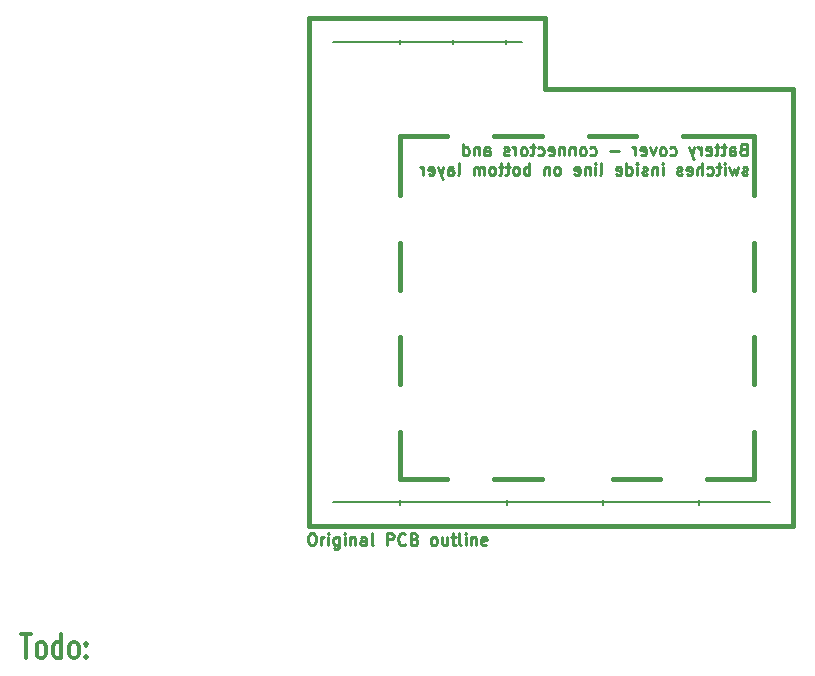
<source format=gbr>
G04 (created by PCBNEW-RS274X (2012-01-19 BZR 3256)-stable) date Mon 10 Dec 2012 16:42:03 GMT*
G01*
G70*
G90*
%MOIN*%
G04 Gerber Fmt 3.4, Leading zero omitted, Abs format*
%FSLAX34Y34*%
G04 APERTURE LIST*
%ADD10C,0.006000*%
%ADD11C,0.012000*%
%ADD12C,0.009900*%
%ADD13C,0.015000*%
%ADD14C,0.005000*%
G04 APERTURE END LIST*
G54D10*
G54D11*
X43557Y-52024D02*
X43900Y-52024D01*
X43729Y-52824D02*
X43729Y-52024D01*
X44186Y-52824D02*
X44128Y-52786D01*
X44100Y-52748D01*
X44071Y-52671D01*
X44071Y-52443D01*
X44100Y-52367D01*
X44128Y-52329D01*
X44186Y-52290D01*
X44271Y-52290D01*
X44328Y-52329D01*
X44357Y-52367D01*
X44386Y-52443D01*
X44386Y-52671D01*
X44357Y-52748D01*
X44328Y-52786D01*
X44271Y-52824D01*
X44186Y-52824D01*
X44900Y-52824D02*
X44900Y-52024D01*
X44900Y-52786D02*
X44843Y-52824D01*
X44729Y-52824D01*
X44671Y-52786D01*
X44643Y-52748D01*
X44614Y-52671D01*
X44614Y-52443D01*
X44643Y-52367D01*
X44671Y-52329D01*
X44729Y-52290D01*
X44843Y-52290D01*
X44900Y-52329D01*
X45272Y-52824D02*
X45214Y-52786D01*
X45186Y-52748D01*
X45157Y-52671D01*
X45157Y-52443D01*
X45186Y-52367D01*
X45214Y-52329D01*
X45272Y-52290D01*
X45357Y-52290D01*
X45414Y-52329D01*
X45443Y-52367D01*
X45472Y-52443D01*
X45472Y-52671D01*
X45443Y-52748D01*
X45414Y-52786D01*
X45357Y-52824D01*
X45272Y-52824D01*
X45729Y-52748D02*
X45757Y-52786D01*
X45729Y-52824D01*
X45700Y-52786D01*
X45729Y-52748D01*
X45729Y-52824D01*
X45729Y-52329D02*
X45757Y-52367D01*
X45729Y-52405D01*
X45700Y-52367D01*
X45729Y-52329D01*
X45729Y-52405D01*
G54D12*
X67610Y-35859D02*
X67554Y-35878D01*
X67535Y-35897D01*
X67516Y-35934D01*
X67516Y-35990D01*
X67535Y-36028D01*
X67554Y-36047D01*
X67591Y-36065D01*
X67741Y-36065D01*
X67741Y-35671D01*
X67610Y-35671D01*
X67572Y-35690D01*
X67554Y-35709D01*
X67535Y-35747D01*
X67535Y-35784D01*
X67554Y-35822D01*
X67572Y-35840D01*
X67610Y-35859D01*
X67741Y-35859D01*
X67178Y-36065D02*
X67178Y-35859D01*
X67197Y-35822D01*
X67235Y-35803D01*
X67310Y-35803D01*
X67347Y-35822D01*
X67178Y-36047D02*
X67216Y-36065D01*
X67310Y-36065D01*
X67347Y-36047D01*
X67366Y-36009D01*
X67366Y-35972D01*
X67347Y-35934D01*
X67310Y-35915D01*
X67216Y-35915D01*
X67178Y-35897D01*
X67047Y-35803D02*
X66897Y-35803D01*
X66991Y-35671D02*
X66991Y-36009D01*
X66972Y-36047D01*
X66935Y-36065D01*
X66897Y-36065D01*
X66822Y-35803D02*
X66672Y-35803D01*
X66766Y-35671D02*
X66766Y-36009D01*
X66747Y-36047D01*
X66710Y-36065D01*
X66672Y-36065D01*
X66391Y-36047D02*
X66429Y-36065D01*
X66504Y-36065D01*
X66541Y-36047D01*
X66560Y-36009D01*
X66560Y-35859D01*
X66541Y-35822D01*
X66504Y-35803D01*
X66429Y-35803D01*
X66391Y-35822D01*
X66372Y-35859D01*
X66372Y-35897D01*
X66560Y-35934D01*
X66203Y-36065D02*
X66203Y-35803D01*
X66203Y-35878D02*
X66184Y-35840D01*
X66166Y-35822D01*
X66128Y-35803D01*
X66091Y-35803D01*
X65997Y-35803D02*
X65903Y-36065D01*
X65809Y-35803D02*
X65903Y-36065D01*
X65940Y-36159D01*
X65959Y-36178D01*
X65997Y-36197D01*
X65190Y-36047D02*
X65228Y-36065D01*
X65303Y-36065D01*
X65340Y-36047D01*
X65359Y-36028D01*
X65378Y-35990D01*
X65378Y-35878D01*
X65359Y-35840D01*
X65340Y-35822D01*
X65303Y-35803D01*
X65228Y-35803D01*
X65190Y-35822D01*
X64965Y-36065D02*
X65002Y-36047D01*
X65021Y-36028D01*
X65040Y-35990D01*
X65040Y-35878D01*
X65021Y-35840D01*
X65002Y-35822D01*
X64965Y-35803D01*
X64909Y-35803D01*
X64871Y-35822D01*
X64852Y-35840D01*
X64834Y-35878D01*
X64834Y-35990D01*
X64852Y-36028D01*
X64871Y-36047D01*
X64909Y-36065D01*
X64965Y-36065D01*
X64703Y-35803D02*
X64609Y-36065D01*
X64515Y-35803D01*
X64215Y-36047D02*
X64253Y-36065D01*
X64328Y-36065D01*
X64365Y-36047D01*
X64384Y-36009D01*
X64384Y-35859D01*
X64365Y-35822D01*
X64328Y-35803D01*
X64253Y-35803D01*
X64215Y-35822D01*
X64196Y-35859D01*
X64196Y-35897D01*
X64384Y-35934D01*
X64027Y-36065D02*
X64027Y-35803D01*
X64027Y-35878D02*
X64008Y-35840D01*
X63990Y-35822D01*
X63952Y-35803D01*
X63915Y-35803D01*
X63483Y-35915D02*
X63183Y-35915D01*
X62526Y-36047D02*
X62564Y-36065D01*
X62639Y-36065D01*
X62676Y-36047D01*
X62695Y-36028D01*
X62714Y-35990D01*
X62714Y-35878D01*
X62695Y-35840D01*
X62676Y-35822D01*
X62639Y-35803D01*
X62564Y-35803D01*
X62526Y-35822D01*
X62301Y-36065D02*
X62338Y-36047D01*
X62357Y-36028D01*
X62376Y-35990D01*
X62376Y-35878D01*
X62357Y-35840D01*
X62338Y-35822D01*
X62301Y-35803D01*
X62245Y-35803D01*
X62207Y-35822D01*
X62188Y-35840D01*
X62170Y-35878D01*
X62170Y-35990D01*
X62188Y-36028D01*
X62207Y-36047D01*
X62245Y-36065D01*
X62301Y-36065D01*
X62001Y-35803D02*
X62001Y-36065D01*
X62001Y-35840D02*
X61982Y-35822D01*
X61945Y-35803D01*
X61889Y-35803D01*
X61851Y-35822D01*
X61832Y-35859D01*
X61832Y-36065D01*
X61645Y-35803D02*
X61645Y-36065D01*
X61645Y-35840D02*
X61626Y-35822D01*
X61589Y-35803D01*
X61533Y-35803D01*
X61495Y-35822D01*
X61476Y-35859D01*
X61476Y-36065D01*
X61139Y-36047D02*
X61177Y-36065D01*
X61252Y-36065D01*
X61289Y-36047D01*
X61308Y-36009D01*
X61308Y-35859D01*
X61289Y-35822D01*
X61252Y-35803D01*
X61177Y-35803D01*
X61139Y-35822D01*
X61120Y-35859D01*
X61120Y-35897D01*
X61308Y-35934D01*
X60782Y-36047D02*
X60820Y-36065D01*
X60895Y-36065D01*
X60932Y-36047D01*
X60951Y-36028D01*
X60970Y-35990D01*
X60970Y-35878D01*
X60951Y-35840D01*
X60932Y-35822D01*
X60895Y-35803D01*
X60820Y-35803D01*
X60782Y-35822D01*
X60669Y-35803D02*
X60519Y-35803D01*
X60613Y-35671D02*
X60613Y-36009D01*
X60594Y-36047D01*
X60557Y-36065D01*
X60519Y-36065D01*
X60332Y-36065D02*
X60369Y-36047D01*
X60388Y-36028D01*
X60407Y-35990D01*
X60407Y-35878D01*
X60388Y-35840D01*
X60369Y-35822D01*
X60332Y-35803D01*
X60276Y-35803D01*
X60238Y-35822D01*
X60219Y-35840D01*
X60201Y-35878D01*
X60201Y-35990D01*
X60219Y-36028D01*
X60238Y-36047D01*
X60276Y-36065D01*
X60332Y-36065D01*
X60032Y-36065D02*
X60032Y-35803D01*
X60032Y-35878D02*
X60013Y-35840D01*
X59995Y-35822D01*
X59957Y-35803D01*
X59920Y-35803D01*
X59807Y-36047D02*
X59769Y-36065D01*
X59694Y-36065D01*
X59657Y-36047D01*
X59638Y-36009D01*
X59638Y-35990D01*
X59657Y-35953D01*
X59694Y-35934D01*
X59751Y-35934D01*
X59788Y-35915D01*
X59807Y-35878D01*
X59807Y-35859D01*
X59788Y-35822D01*
X59751Y-35803D01*
X59694Y-35803D01*
X59657Y-35822D01*
X59000Y-36065D02*
X59000Y-35859D01*
X59019Y-35822D01*
X59057Y-35803D01*
X59132Y-35803D01*
X59169Y-35822D01*
X59000Y-36047D02*
X59038Y-36065D01*
X59132Y-36065D01*
X59169Y-36047D01*
X59188Y-36009D01*
X59188Y-35972D01*
X59169Y-35934D01*
X59132Y-35915D01*
X59038Y-35915D01*
X59000Y-35897D01*
X58813Y-35803D02*
X58813Y-36065D01*
X58813Y-35840D02*
X58794Y-35822D01*
X58757Y-35803D01*
X58701Y-35803D01*
X58663Y-35822D01*
X58644Y-35859D01*
X58644Y-36065D01*
X58288Y-36065D02*
X58288Y-35671D01*
X58288Y-36047D02*
X58326Y-36065D01*
X58401Y-36065D01*
X58438Y-36047D01*
X58457Y-36028D01*
X58476Y-35990D01*
X58476Y-35878D01*
X58457Y-35840D01*
X58438Y-35822D01*
X58401Y-35803D01*
X58326Y-35803D01*
X58288Y-35822D01*
X67760Y-36697D02*
X67722Y-36715D01*
X67647Y-36715D01*
X67610Y-36697D01*
X67591Y-36659D01*
X67591Y-36640D01*
X67610Y-36603D01*
X67647Y-36584D01*
X67704Y-36584D01*
X67741Y-36565D01*
X67760Y-36528D01*
X67760Y-36509D01*
X67741Y-36472D01*
X67704Y-36453D01*
X67647Y-36453D01*
X67610Y-36472D01*
X67460Y-36453D02*
X67385Y-36715D01*
X67310Y-36528D01*
X67235Y-36715D01*
X67160Y-36453D01*
X67009Y-36715D02*
X67009Y-36453D01*
X67009Y-36321D02*
X67028Y-36340D01*
X67009Y-36359D01*
X66990Y-36340D01*
X67009Y-36321D01*
X67009Y-36359D01*
X66877Y-36453D02*
X66727Y-36453D01*
X66821Y-36321D02*
X66821Y-36659D01*
X66802Y-36697D01*
X66765Y-36715D01*
X66727Y-36715D01*
X66427Y-36697D02*
X66465Y-36715D01*
X66540Y-36715D01*
X66577Y-36697D01*
X66596Y-36678D01*
X66615Y-36640D01*
X66615Y-36528D01*
X66596Y-36490D01*
X66577Y-36472D01*
X66540Y-36453D01*
X66465Y-36453D01*
X66427Y-36472D01*
X66258Y-36715D02*
X66258Y-36321D01*
X66089Y-36715D02*
X66089Y-36509D01*
X66108Y-36472D01*
X66146Y-36453D01*
X66202Y-36453D01*
X66239Y-36472D01*
X66258Y-36490D01*
X65752Y-36697D02*
X65790Y-36715D01*
X65865Y-36715D01*
X65902Y-36697D01*
X65921Y-36659D01*
X65921Y-36509D01*
X65902Y-36472D01*
X65865Y-36453D01*
X65790Y-36453D01*
X65752Y-36472D01*
X65733Y-36509D01*
X65733Y-36547D01*
X65921Y-36584D01*
X65583Y-36697D02*
X65545Y-36715D01*
X65470Y-36715D01*
X65433Y-36697D01*
X65414Y-36659D01*
X65414Y-36640D01*
X65433Y-36603D01*
X65470Y-36584D01*
X65527Y-36584D01*
X65564Y-36565D01*
X65583Y-36528D01*
X65583Y-36509D01*
X65564Y-36472D01*
X65527Y-36453D01*
X65470Y-36453D01*
X65433Y-36472D01*
X64945Y-36715D02*
X64945Y-36453D01*
X64945Y-36321D02*
X64964Y-36340D01*
X64945Y-36359D01*
X64926Y-36340D01*
X64945Y-36321D01*
X64945Y-36359D01*
X64757Y-36453D02*
X64757Y-36715D01*
X64757Y-36490D02*
X64738Y-36472D01*
X64701Y-36453D01*
X64645Y-36453D01*
X64607Y-36472D01*
X64588Y-36509D01*
X64588Y-36715D01*
X64420Y-36697D02*
X64382Y-36715D01*
X64307Y-36715D01*
X64270Y-36697D01*
X64251Y-36659D01*
X64251Y-36640D01*
X64270Y-36603D01*
X64307Y-36584D01*
X64364Y-36584D01*
X64401Y-36565D01*
X64420Y-36528D01*
X64420Y-36509D01*
X64401Y-36472D01*
X64364Y-36453D01*
X64307Y-36453D01*
X64270Y-36472D01*
X64082Y-36715D02*
X64082Y-36453D01*
X64082Y-36321D02*
X64101Y-36340D01*
X64082Y-36359D01*
X64063Y-36340D01*
X64082Y-36321D01*
X64082Y-36359D01*
X63725Y-36715D02*
X63725Y-36321D01*
X63725Y-36697D02*
X63763Y-36715D01*
X63838Y-36715D01*
X63875Y-36697D01*
X63894Y-36678D01*
X63913Y-36640D01*
X63913Y-36528D01*
X63894Y-36490D01*
X63875Y-36472D01*
X63838Y-36453D01*
X63763Y-36453D01*
X63725Y-36472D01*
X63388Y-36697D02*
X63426Y-36715D01*
X63501Y-36715D01*
X63538Y-36697D01*
X63557Y-36659D01*
X63557Y-36509D01*
X63538Y-36472D01*
X63501Y-36453D01*
X63426Y-36453D01*
X63388Y-36472D01*
X63369Y-36509D01*
X63369Y-36547D01*
X63557Y-36584D01*
X62844Y-36715D02*
X62881Y-36697D01*
X62900Y-36659D01*
X62900Y-36321D01*
X62694Y-36715D02*
X62694Y-36453D01*
X62694Y-36321D02*
X62713Y-36340D01*
X62694Y-36359D01*
X62675Y-36340D01*
X62694Y-36321D01*
X62694Y-36359D01*
X62506Y-36453D02*
X62506Y-36715D01*
X62506Y-36490D02*
X62487Y-36472D01*
X62450Y-36453D01*
X62394Y-36453D01*
X62356Y-36472D01*
X62337Y-36509D01*
X62337Y-36715D01*
X62000Y-36697D02*
X62038Y-36715D01*
X62113Y-36715D01*
X62150Y-36697D01*
X62169Y-36659D01*
X62169Y-36509D01*
X62150Y-36472D01*
X62113Y-36453D01*
X62038Y-36453D01*
X62000Y-36472D01*
X61981Y-36509D01*
X61981Y-36547D01*
X62169Y-36584D01*
X61456Y-36715D02*
X61493Y-36697D01*
X61512Y-36678D01*
X61531Y-36640D01*
X61531Y-36528D01*
X61512Y-36490D01*
X61493Y-36472D01*
X61456Y-36453D01*
X61400Y-36453D01*
X61362Y-36472D01*
X61343Y-36490D01*
X61325Y-36528D01*
X61325Y-36640D01*
X61343Y-36678D01*
X61362Y-36697D01*
X61400Y-36715D01*
X61456Y-36715D01*
X61156Y-36453D02*
X61156Y-36715D01*
X61156Y-36490D02*
X61137Y-36472D01*
X61100Y-36453D01*
X61044Y-36453D01*
X61006Y-36472D01*
X60987Y-36509D01*
X60987Y-36715D01*
X60500Y-36715D02*
X60500Y-36321D01*
X60500Y-36472D02*
X60463Y-36453D01*
X60388Y-36453D01*
X60350Y-36472D01*
X60331Y-36490D01*
X60313Y-36528D01*
X60313Y-36640D01*
X60331Y-36678D01*
X60350Y-36697D01*
X60388Y-36715D01*
X60463Y-36715D01*
X60500Y-36697D01*
X60088Y-36715D02*
X60125Y-36697D01*
X60144Y-36678D01*
X60163Y-36640D01*
X60163Y-36528D01*
X60144Y-36490D01*
X60125Y-36472D01*
X60088Y-36453D01*
X60032Y-36453D01*
X59994Y-36472D01*
X59975Y-36490D01*
X59957Y-36528D01*
X59957Y-36640D01*
X59975Y-36678D01*
X59994Y-36697D01*
X60032Y-36715D01*
X60088Y-36715D01*
X59844Y-36453D02*
X59694Y-36453D01*
X59788Y-36321D02*
X59788Y-36659D01*
X59769Y-36697D01*
X59732Y-36715D01*
X59694Y-36715D01*
X59619Y-36453D02*
X59469Y-36453D01*
X59563Y-36321D02*
X59563Y-36659D01*
X59544Y-36697D01*
X59507Y-36715D01*
X59469Y-36715D01*
X59282Y-36715D02*
X59319Y-36697D01*
X59338Y-36678D01*
X59357Y-36640D01*
X59357Y-36528D01*
X59338Y-36490D01*
X59319Y-36472D01*
X59282Y-36453D01*
X59226Y-36453D01*
X59188Y-36472D01*
X59169Y-36490D01*
X59151Y-36528D01*
X59151Y-36640D01*
X59169Y-36678D01*
X59188Y-36697D01*
X59226Y-36715D01*
X59282Y-36715D01*
X58982Y-36715D02*
X58982Y-36453D01*
X58982Y-36490D02*
X58963Y-36472D01*
X58926Y-36453D01*
X58870Y-36453D01*
X58832Y-36472D01*
X58813Y-36509D01*
X58813Y-36715D01*
X58813Y-36509D02*
X58795Y-36472D01*
X58757Y-36453D01*
X58701Y-36453D01*
X58663Y-36472D01*
X58644Y-36509D01*
X58644Y-36715D01*
X58101Y-36715D02*
X58138Y-36697D01*
X58157Y-36659D01*
X58157Y-36321D01*
X57782Y-36715D02*
X57782Y-36509D01*
X57801Y-36472D01*
X57839Y-36453D01*
X57914Y-36453D01*
X57951Y-36472D01*
X57782Y-36697D02*
X57820Y-36715D01*
X57914Y-36715D01*
X57951Y-36697D01*
X57970Y-36659D01*
X57970Y-36622D01*
X57951Y-36584D01*
X57914Y-36565D01*
X57820Y-36565D01*
X57782Y-36547D01*
X57633Y-36453D02*
X57539Y-36715D01*
X57445Y-36453D02*
X57539Y-36715D01*
X57576Y-36809D01*
X57595Y-36828D01*
X57633Y-36847D01*
X57145Y-36697D02*
X57183Y-36715D01*
X57258Y-36715D01*
X57295Y-36697D01*
X57314Y-36659D01*
X57314Y-36509D01*
X57295Y-36472D01*
X57258Y-36453D01*
X57183Y-36453D01*
X57145Y-36472D01*
X57126Y-36509D01*
X57126Y-36547D01*
X57314Y-36584D01*
X56957Y-36715D02*
X56957Y-36453D01*
X56957Y-36528D02*
X56938Y-36490D01*
X56920Y-36472D01*
X56882Y-36453D01*
X56845Y-36453D01*
G54D13*
X59331Y-46851D02*
X60906Y-46851D01*
X56181Y-46850D02*
X57756Y-46850D01*
X64843Y-46851D02*
X63268Y-46851D01*
X67992Y-46851D02*
X66417Y-46851D01*
X67992Y-45275D02*
X67992Y-46850D01*
X67992Y-42126D02*
X67992Y-43701D01*
X67992Y-38977D02*
X67992Y-40552D01*
X67992Y-35432D02*
X67992Y-37401D01*
X65630Y-35433D02*
X67992Y-35433D01*
X62480Y-35433D02*
X64055Y-35433D01*
X59331Y-35433D02*
X60906Y-35433D01*
X56181Y-35433D02*
X57756Y-35433D01*
X56181Y-37402D02*
X56181Y-35433D01*
X56181Y-40552D02*
X56181Y-38977D01*
X56181Y-43700D02*
X56181Y-42125D01*
X56181Y-46851D02*
X56181Y-45276D01*
X69291Y-48425D02*
X53149Y-48425D01*
G54D12*
X53214Y-48663D02*
X53289Y-48663D01*
X53326Y-48682D01*
X53364Y-48720D01*
X53383Y-48795D01*
X53383Y-48926D01*
X53364Y-49001D01*
X53326Y-49039D01*
X53289Y-49057D01*
X53214Y-49057D01*
X53176Y-49039D01*
X53139Y-49001D01*
X53120Y-48926D01*
X53120Y-48795D01*
X53139Y-48720D01*
X53176Y-48682D01*
X53214Y-48663D01*
X53552Y-49057D02*
X53552Y-48795D01*
X53552Y-48870D02*
X53571Y-48832D01*
X53589Y-48814D01*
X53627Y-48795D01*
X53664Y-48795D01*
X53796Y-49057D02*
X53796Y-48795D01*
X53796Y-48663D02*
X53777Y-48682D01*
X53796Y-48701D01*
X53815Y-48682D01*
X53796Y-48663D01*
X53796Y-48701D01*
X54153Y-48795D02*
X54153Y-49114D01*
X54134Y-49151D01*
X54115Y-49170D01*
X54078Y-49189D01*
X54021Y-49189D01*
X53984Y-49170D01*
X54153Y-49039D02*
X54115Y-49057D01*
X54040Y-49057D01*
X54003Y-49039D01*
X53984Y-49020D01*
X53965Y-48982D01*
X53965Y-48870D01*
X53984Y-48832D01*
X54003Y-48814D01*
X54040Y-48795D01*
X54115Y-48795D01*
X54153Y-48814D01*
X54340Y-49057D02*
X54340Y-48795D01*
X54340Y-48663D02*
X54321Y-48682D01*
X54340Y-48701D01*
X54359Y-48682D01*
X54340Y-48663D01*
X54340Y-48701D01*
X54528Y-48795D02*
X54528Y-49057D01*
X54528Y-48832D02*
X54547Y-48814D01*
X54584Y-48795D01*
X54640Y-48795D01*
X54678Y-48814D01*
X54697Y-48851D01*
X54697Y-49057D01*
X55053Y-49057D02*
X55053Y-48851D01*
X55034Y-48814D01*
X54996Y-48795D01*
X54921Y-48795D01*
X54884Y-48814D01*
X55053Y-49039D02*
X55015Y-49057D01*
X54921Y-49057D01*
X54884Y-49039D01*
X54865Y-49001D01*
X54865Y-48964D01*
X54884Y-48926D01*
X54921Y-48907D01*
X55015Y-48907D01*
X55053Y-48889D01*
X55296Y-49057D02*
X55259Y-49039D01*
X55240Y-49001D01*
X55240Y-48663D01*
X55746Y-49057D02*
X55746Y-48663D01*
X55896Y-48663D01*
X55933Y-48682D01*
X55952Y-48701D01*
X55971Y-48739D01*
X55971Y-48795D01*
X55952Y-48832D01*
X55933Y-48851D01*
X55896Y-48870D01*
X55746Y-48870D01*
X56365Y-49020D02*
X56346Y-49039D01*
X56290Y-49057D01*
X56252Y-49057D01*
X56196Y-49039D01*
X56159Y-49001D01*
X56140Y-48964D01*
X56121Y-48889D01*
X56121Y-48832D01*
X56140Y-48757D01*
X56159Y-48720D01*
X56196Y-48682D01*
X56252Y-48663D01*
X56290Y-48663D01*
X56346Y-48682D01*
X56365Y-48701D01*
X56665Y-48851D02*
X56721Y-48870D01*
X56740Y-48889D01*
X56759Y-48926D01*
X56759Y-48982D01*
X56740Y-49020D01*
X56721Y-49039D01*
X56684Y-49057D01*
X56534Y-49057D01*
X56534Y-48663D01*
X56665Y-48663D01*
X56703Y-48682D01*
X56721Y-48701D01*
X56740Y-48739D01*
X56740Y-48776D01*
X56721Y-48814D01*
X56703Y-48832D01*
X56665Y-48851D01*
X56534Y-48851D01*
X57284Y-49057D02*
X57247Y-49039D01*
X57228Y-49020D01*
X57209Y-48982D01*
X57209Y-48870D01*
X57228Y-48832D01*
X57247Y-48814D01*
X57284Y-48795D01*
X57340Y-48795D01*
X57378Y-48814D01*
X57397Y-48832D01*
X57415Y-48870D01*
X57415Y-48982D01*
X57397Y-49020D01*
X57378Y-49039D01*
X57340Y-49057D01*
X57284Y-49057D01*
X57753Y-48795D02*
X57753Y-49057D01*
X57584Y-48795D02*
X57584Y-49001D01*
X57603Y-49039D01*
X57640Y-49057D01*
X57696Y-49057D01*
X57734Y-49039D01*
X57753Y-49020D01*
X57884Y-48795D02*
X58034Y-48795D01*
X57940Y-48663D02*
X57940Y-49001D01*
X57959Y-49039D01*
X57996Y-49057D01*
X58034Y-49057D01*
X58221Y-49057D02*
X58184Y-49039D01*
X58165Y-49001D01*
X58165Y-48663D01*
X58371Y-49057D02*
X58371Y-48795D01*
X58371Y-48663D02*
X58352Y-48682D01*
X58371Y-48701D01*
X58390Y-48682D01*
X58371Y-48663D01*
X58371Y-48701D01*
X58559Y-48795D02*
X58559Y-49057D01*
X58559Y-48832D02*
X58578Y-48814D01*
X58615Y-48795D01*
X58671Y-48795D01*
X58709Y-48814D01*
X58728Y-48851D01*
X58728Y-49057D01*
X59065Y-49039D02*
X59027Y-49057D01*
X58952Y-49057D01*
X58915Y-49039D01*
X58896Y-49001D01*
X58896Y-48851D01*
X58915Y-48814D01*
X58952Y-48795D01*
X59027Y-48795D01*
X59065Y-48814D01*
X59084Y-48851D01*
X59084Y-48889D01*
X58896Y-48926D01*
G54D14*
X66142Y-47559D02*
X66142Y-47717D01*
X62953Y-47559D02*
X62953Y-47717D01*
X59764Y-47559D02*
X59764Y-47717D01*
X56181Y-47559D02*
X56181Y-47717D01*
X59724Y-32205D02*
X59724Y-32362D01*
X57953Y-32205D02*
X57953Y-32362D01*
X56181Y-32205D02*
X56181Y-32362D01*
X53937Y-47637D02*
X68503Y-47637D01*
X53937Y-32283D02*
X60236Y-32283D01*
G54D13*
X53149Y-48425D02*
X53149Y-31496D01*
X69291Y-33858D02*
X69291Y-48425D01*
X61023Y-33858D02*
X69291Y-33858D01*
X61023Y-31496D02*
X61023Y-33858D01*
X53149Y-31496D02*
X61023Y-31496D01*
M02*

</source>
